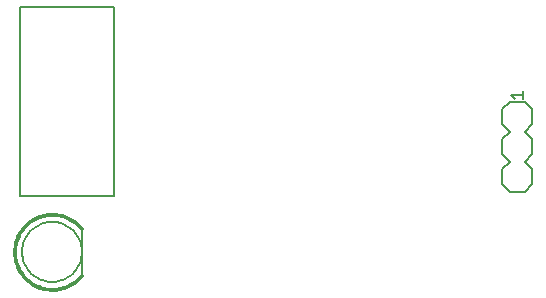
<source format=gto>
G75*
G70*
%OFA0B0*%
%FSLAX24Y24*%
%IPPOS*%
%LPD*%
%AMOC8*
5,1,8,0,0,1.08239X$1,22.5*
%
%ADD10C,0.0080*%
%ADD11C,0.0050*%
%ADD12C,0.0010*%
%ADD13C,0.0060*%
D10*
X004100Y002000D02*
X004100Y003500D01*
X018100Y005000D02*
X018100Y005500D01*
X018350Y005750D01*
X018100Y006000D01*
X018100Y006500D01*
X018350Y006750D01*
X018100Y007000D01*
X018100Y007500D01*
X018350Y007750D01*
X018850Y007750D01*
X019100Y007500D01*
X019100Y007000D01*
X018850Y006750D01*
X019100Y006500D01*
X019100Y006000D01*
X018850Y005750D01*
X019100Y005500D01*
X019100Y005000D01*
X018850Y004750D01*
X018350Y004750D01*
X018100Y005000D01*
X018530Y007830D02*
X018390Y007970D01*
X018810Y007970D01*
X018810Y007830D02*
X018810Y008110D01*
D11*
X005175Y010900D02*
X005175Y004601D01*
X002025Y004601D01*
X002025Y010900D01*
X005175Y010900D01*
D12*
X004132Y003530D02*
X004060Y003476D01*
X004061Y003477D02*
X004018Y003530D01*
X003973Y003581D01*
X003924Y003629D01*
X003873Y003674D01*
X003819Y003717D01*
X003763Y003756D01*
X003705Y003792D01*
X003645Y003825D01*
X003584Y003854D01*
X003520Y003879D01*
X003456Y003901D01*
X003390Y003920D01*
X003323Y003934D01*
X003256Y003945D01*
X003188Y003952D01*
X003120Y003955D01*
X003051Y003954D01*
X002983Y003949D01*
X002915Y003941D01*
X002848Y003928D01*
X002782Y003912D01*
X002717Y003892D01*
X002652Y003869D01*
X002590Y003842D01*
X002529Y003811D01*
X002470Y003777D01*
X002412Y003740D01*
X002357Y003699D01*
X002305Y003655D01*
X002255Y003609D01*
X002208Y003560D01*
X002163Y003508D01*
X002122Y003454D01*
X002083Y003397D01*
X002048Y003338D01*
X002017Y003278D01*
X001989Y003216D01*
X001964Y003152D01*
X001943Y003087D01*
X001926Y003021D01*
X001912Y002954D01*
X001903Y002886D01*
X001897Y002818D01*
X001895Y002750D01*
X001897Y002682D01*
X001903Y002614D01*
X001912Y002546D01*
X001926Y002479D01*
X001943Y002413D01*
X001964Y002348D01*
X001989Y002284D01*
X002017Y002222D01*
X002048Y002162D01*
X002083Y002103D01*
X002122Y002046D01*
X002163Y001992D01*
X002208Y001940D01*
X002255Y001891D01*
X002305Y001845D01*
X002357Y001801D01*
X002412Y001760D01*
X002470Y001723D01*
X002529Y001689D01*
X002590Y001658D01*
X002652Y001631D01*
X002717Y001608D01*
X002782Y001588D01*
X002848Y001572D01*
X002915Y001559D01*
X002983Y001551D01*
X003051Y001546D01*
X003120Y001545D01*
X003188Y001548D01*
X003256Y001555D01*
X003323Y001566D01*
X003390Y001580D01*
X003456Y001599D01*
X003520Y001621D01*
X003584Y001646D01*
X003645Y001675D01*
X003705Y001708D01*
X003763Y001744D01*
X003819Y001783D01*
X003873Y001826D01*
X003924Y001871D01*
X003973Y001919D01*
X004018Y001970D01*
X004061Y002023D01*
X004132Y001970D01*
X004133Y001969D01*
X004089Y001914D01*
X004041Y001861D01*
X003991Y001810D01*
X003938Y001763D01*
X003883Y001719D01*
X003825Y001677D01*
X003765Y001639D01*
X003704Y001604D01*
X003640Y001573D01*
X003575Y001545D01*
X003508Y001521D01*
X003440Y001500D01*
X003371Y001484D01*
X003301Y001471D01*
X003231Y001462D01*
X003160Y001456D01*
X003089Y001455D01*
X003018Y001458D01*
X002947Y001464D01*
X002877Y001474D01*
X002808Y001488D01*
X002739Y001506D01*
X002671Y001528D01*
X002605Y001553D01*
X002540Y001582D01*
X002477Y001615D01*
X002416Y001651D01*
X002357Y001690D01*
X002300Y001732D01*
X002245Y001777D01*
X002193Y001826D01*
X002144Y001877D01*
X002097Y001930D01*
X002054Y001987D01*
X002014Y002045D01*
X001977Y002106D01*
X001943Y002168D01*
X001913Y002232D01*
X001886Y002298D01*
X001863Y002365D01*
X001844Y002434D01*
X001829Y002503D01*
X001817Y002573D01*
X001809Y002644D01*
X001805Y002715D01*
X001805Y002785D01*
X001809Y002856D01*
X001817Y002927D01*
X001829Y002997D01*
X001844Y003066D01*
X001863Y003135D01*
X001886Y003202D01*
X001913Y003268D01*
X001943Y003332D01*
X001977Y003394D01*
X002014Y003455D01*
X002054Y003513D01*
X002097Y003570D01*
X002144Y003623D01*
X002193Y003674D01*
X002245Y003723D01*
X002300Y003768D01*
X002357Y003810D01*
X002416Y003849D01*
X002477Y003885D01*
X002540Y003918D01*
X002605Y003947D01*
X002671Y003972D01*
X002739Y003994D01*
X002808Y004012D01*
X002877Y004026D01*
X002947Y004036D01*
X003018Y004042D01*
X003089Y004045D01*
X003160Y004044D01*
X003231Y004038D01*
X003301Y004029D01*
X003371Y004016D01*
X003440Y004000D01*
X003508Y003979D01*
X003575Y003955D01*
X003640Y003927D01*
X003704Y003896D01*
X003765Y003861D01*
X003825Y003823D01*
X003883Y003781D01*
X003938Y003737D01*
X003991Y003690D01*
X004041Y003639D01*
X004089Y003586D01*
X004133Y003531D01*
X004126Y003526D01*
X004081Y003581D01*
X004034Y003634D01*
X003983Y003685D01*
X003930Y003732D01*
X003874Y003777D01*
X003816Y003818D01*
X003756Y003856D01*
X003694Y003891D01*
X003630Y003922D01*
X003564Y003949D01*
X003497Y003973D01*
X003428Y003993D01*
X003359Y004010D01*
X003289Y004022D01*
X003218Y004031D01*
X003147Y004035D01*
X003076Y004036D01*
X003005Y004032D01*
X002934Y004025D01*
X002863Y004014D01*
X002794Y003999D01*
X002725Y003980D01*
X002657Y003957D01*
X002591Y003931D01*
X002526Y003901D01*
X002464Y003867D01*
X002403Y003831D01*
X002344Y003790D01*
X002287Y003747D01*
X002233Y003700D01*
X002182Y003651D01*
X002134Y003598D01*
X002088Y003544D01*
X002046Y003486D01*
X002007Y003427D01*
X001971Y003365D01*
X001938Y003302D01*
X001910Y003237D01*
X001884Y003170D01*
X001863Y003102D01*
X001845Y003033D01*
X001832Y002963D01*
X001822Y002892D01*
X001816Y002821D01*
X001814Y002750D01*
X001816Y002679D01*
X001822Y002608D01*
X001832Y002537D01*
X001845Y002467D01*
X001863Y002398D01*
X001884Y002330D01*
X001910Y002263D01*
X001938Y002198D01*
X001971Y002135D01*
X002007Y002073D01*
X002046Y002014D01*
X002088Y001956D01*
X002134Y001902D01*
X002182Y001849D01*
X002233Y001800D01*
X002287Y001753D01*
X002344Y001710D01*
X002403Y001669D01*
X002464Y001633D01*
X002526Y001599D01*
X002591Y001569D01*
X002657Y001543D01*
X002725Y001520D01*
X002794Y001501D01*
X002863Y001486D01*
X002934Y001475D01*
X003005Y001468D01*
X003076Y001464D01*
X003147Y001465D01*
X003218Y001469D01*
X003289Y001478D01*
X003359Y001490D01*
X003428Y001507D01*
X003497Y001527D01*
X003564Y001551D01*
X003630Y001578D01*
X003694Y001609D01*
X003756Y001644D01*
X003816Y001682D01*
X003874Y001723D01*
X003930Y001768D01*
X003983Y001815D01*
X004034Y001866D01*
X004081Y001919D01*
X004126Y001974D01*
X004119Y001980D01*
X004074Y001925D01*
X004027Y001872D01*
X003977Y001822D01*
X003924Y001775D01*
X003869Y001731D01*
X003811Y001689D01*
X003752Y001652D01*
X003690Y001617D01*
X003626Y001586D01*
X003561Y001559D01*
X003494Y001535D01*
X003426Y001515D01*
X003357Y001499D01*
X003288Y001487D01*
X003217Y001478D01*
X003147Y001474D01*
X003076Y001473D01*
X003005Y001477D01*
X002935Y001484D01*
X002865Y001495D01*
X002796Y001510D01*
X002728Y001529D01*
X002660Y001551D01*
X002595Y001577D01*
X002530Y001607D01*
X002468Y001640D01*
X002408Y001677D01*
X002349Y001717D01*
X002293Y001760D01*
X002239Y001806D01*
X002189Y001856D01*
X002140Y001907D01*
X002095Y001962D01*
X002053Y002019D01*
X002014Y002078D01*
X001979Y002139D01*
X001946Y002202D01*
X001918Y002267D01*
X001893Y002333D01*
X001872Y002401D01*
X001854Y002469D01*
X001841Y002539D01*
X001831Y002609D01*
X001825Y002679D01*
X001823Y002750D01*
X001825Y002821D01*
X001831Y002891D01*
X001841Y002961D01*
X001854Y003031D01*
X001872Y003099D01*
X001893Y003167D01*
X001918Y003233D01*
X001946Y003298D01*
X001979Y003361D01*
X002014Y003422D01*
X002053Y003481D01*
X002095Y003538D01*
X002140Y003593D01*
X002189Y003644D01*
X002239Y003694D01*
X002293Y003740D01*
X002349Y003783D01*
X002408Y003823D01*
X002468Y003860D01*
X002530Y003893D01*
X002595Y003923D01*
X002660Y003949D01*
X002728Y003971D01*
X002796Y003990D01*
X002865Y004005D01*
X002935Y004016D01*
X003005Y004023D01*
X003076Y004027D01*
X003147Y004026D01*
X003217Y004022D01*
X003288Y004013D01*
X003357Y004001D01*
X003426Y003985D01*
X003494Y003965D01*
X003561Y003941D01*
X003626Y003914D01*
X003690Y003883D01*
X003752Y003848D01*
X003811Y003811D01*
X003869Y003769D01*
X003924Y003725D01*
X003977Y003678D01*
X004027Y003628D01*
X004074Y003575D01*
X004119Y003520D01*
X004111Y003515D01*
X004067Y003570D01*
X004019Y003623D01*
X003969Y003673D01*
X003916Y003721D01*
X003860Y003765D01*
X003802Y003806D01*
X003742Y003843D01*
X003680Y003878D01*
X003616Y003908D01*
X003550Y003935D01*
X003483Y003959D01*
X003415Y003978D01*
X003345Y003994D01*
X003275Y004006D01*
X003205Y004014D01*
X003134Y004018D01*
X003063Y004017D01*
X002992Y004013D01*
X002921Y004005D01*
X002851Y003993D01*
X002782Y003977D01*
X002714Y003958D01*
X002646Y003934D01*
X002581Y003907D01*
X002517Y003876D01*
X002455Y003842D01*
X002395Y003804D01*
X002337Y003762D01*
X002281Y003718D01*
X002228Y003671D01*
X002178Y003620D01*
X002131Y003567D01*
X002086Y003512D01*
X002045Y003454D01*
X002008Y003394D01*
X001973Y003331D01*
X001942Y003267D01*
X001915Y003202D01*
X001892Y003135D01*
X001872Y003066D01*
X001856Y002997D01*
X001844Y002927D01*
X001836Y002856D01*
X001832Y002786D01*
X001832Y002714D01*
X001836Y002644D01*
X001844Y002573D01*
X001856Y002503D01*
X001872Y002434D01*
X001892Y002365D01*
X001915Y002298D01*
X001942Y002233D01*
X001973Y002169D01*
X002008Y002106D01*
X002045Y002046D01*
X002086Y001988D01*
X002131Y001933D01*
X002178Y001880D01*
X002228Y001829D01*
X002281Y001782D01*
X002337Y001738D01*
X002395Y001696D01*
X002455Y001658D01*
X002517Y001624D01*
X002581Y001593D01*
X002646Y001566D01*
X002714Y001542D01*
X002782Y001523D01*
X002851Y001507D01*
X002921Y001495D01*
X002992Y001487D01*
X003063Y001483D01*
X003134Y001482D01*
X003205Y001486D01*
X003275Y001494D01*
X003345Y001506D01*
X003415Y001522D01*
X003483Y001541D01*
X003550Y001565D01*
X003616Y001592D01*
X003680Y001622D01*
X003742Y001657D01*
X003802Y001694D01*
X003860Y001735D01*
X003916Y001779D01*
X003969Y001827D01*
X004019Y001877D01*
X004067Y001930D01*
X004111Y001985D01*
X004104Y001991D01*
X004060Y001936D01*
X004013Y001883D01*
X003963Y001833D01*
X003910Y001786D01*
X003855Y001742D01*
X003797Y001702D01*
X003738Y001664D01*
X003676Y001630D01*
X003612Y001600D01*
X003547Y001573D01*
X003480Y001550D01*
X003412Y001530D01*
X003344Y001515D01*
X003274Y001503D01*
X003204Y001495D01*
X003133Y001491D01*
X003063Y001492D01*
X002992Y001496D01*
X002922Y001504D01*
X002853Y001516D01*
X002784Y001531D01*
X002716Y001551D01*
X002650Y001574D01*
X002585Y001601D01*
X002521Y001632D01*
X002459Y001666D01*
X002400Y001704D01*
X002342Y001745D01*
X002287Y001789D01*
X002234Y001836D01*
X002185Y001886D01*
X002138Y001938D01*
X002094Y001994D01*
X002053Y002051D01*
X002015Y002111D01*
X001981Y002173D01*
X001951Y002236D01*
X001924Y002301D01*
X001900Y002368D01*
X001881Y002436D01*
X001865Y002505D01*
X001853Y002574D01*
X001845Y002644D01*
X001841Y002715D01*
X001841Y002785D01*
X001845Y002856D01*
X001853Y002926D01*
X001865Y002995D01*
X001881Y003064D01*
X001900Y003132D01*
X001924Y003199D01*
X001951Y003264D01*
X001981Y003327D01*
X002015Y003389D01*
X002053Y003449D01*
X002094Y003506D01*
X002138Y003562D01*
X002185Y003614D01*
X002234Y003664D01*
X002287Y003711D01*
X002342Y003755D01*
X002400Y003796D01*
X002459Y003834D01*
X002521Y003868D01*
X002585Y003899D01*
X002650Y003926D01*
X002716Y003949D01*
X002784Y003969D01*
X002853Y003984D01*
X002922Y003996D01*
X002992Y004004D01*
X003063Y004008D01*
X003133Y004009D01*
X003204Y004005D01*
X003274Y003997D01*
X003344Y003985D01*
X003412Y003970D01*
X003480Y003950D01*
X003547Y003927D01*
X003612Y003900D01*
X003676Y003870D01*
X003738Y003836D01*
X003797Y003798D01*
X003855Y003758D01*
X003910Y003714D01*
X003963Y003667D01*
X004013Y003617D01*
X004060Y003564D01*
X004104Y003509D01*
X004097Y003504D01*
X004053Y003559D01*
X004006Y003611D01*
X003957Y003660D01*
X003904Y003707D01*
X003850Y003750D01*
X003792Y003791D01*
X003733Y003828D01*
X003672Y003862D01*
X003608Y003892D01*
X003544Y003919D01*
X003477Y003942D01*
X003410Y003961D01*
X003342Y003976D01*
X003273Y003988D01*
X003203Y003996D01*
X003133Y004000D01*
X003063Y003999D01*
X002993Y003995D01*
X002924Y003987D01*
X002855Y003976D01*
X002786Y003960D01*
X002719Y003941D01*
X002653Y003917D01*
X002588Y003890D01*
X002525Y003860D01*
X002464Y003826D01*
X002405Y003789D01*
X002347Y003748D01*
X002293Y003704D01*
X002241Y003658D01*
X002191Y003608D01*
X002144Y003556D01*
X002101Y003501D01*
X002060Y003444D01*
X002023Y003385D01*
X001989Y003323D01*
X001959Y003260D01*
X001932Y003195D01*
X001909Y003129D01*
X001890Y003062D01*
X001874Y002994D01*
X001862Y002925D01*
X001854Y002855D01*
X001850Y002785D01*
X001850Y002715D01*
X001854Y002645D01*
X001862Y002575D01*
X001874Y002506D01*
X001890Y002438D01*
X001909Y002371D01*
X001932Y002305D01*
X001959Y002240D01*
X001989Y002177D01*
X002023Y002115D01*
X002060Y002056D01*
X002101Y001999D01*
X002144Y001944D01*
X002191Y001892D01*
X002241Y001842D01*
X002293Y001796D01*
X002347Y001752D01*
X002405Y001711D01*
X002464Y001674D01*
X002525Y001640D01*
X002588Y001610D01*
X002653Y001583D01*
X002719Y001559D01*
X002786Y001540D01*
X002855Y001524D01*
X002924Y001513D01*
X002993Y001505D01*
X003063Y001501D01*
X003133Y001500D01*
X003203Y001504D01*
X003273Y001512D01*
X003342Y001524D01*
X003410Y001539D01*
X003477Y001558D01*
X003544Y001581D01*
X003608Y001608D01*
X003672Y001638D01*
X003733Y001672D01*
X003792Y001709D01*
X003850Y001750D01*
X003904Y001793D01*
X003957Y001840D01*
X004006Y001889D01*
X004053Y001941D01*
X004097Y001996D01*
X004090Y002001D01*
X004046Y001947D01*
X004000Y001895D01*
X003951Y001846D01*
X003899Y001800D01*
X003844Y001757D01*
X003787Y001717D01*
X003728Y001680D01*
X003667Y001646D01*
X003605Y001616D01*
X003540Y001590D01*
X003475Y001567D01*
X003408Y001548D01*
X003340Y001532D01*
X003271Y001521D01*
X003202Y001513D01*
X003133Y001509D01*
X003063Y001510D01*
X002994Y001514D01*
X002925Y001521D01*
X002856Y001533D01*
X002789Y001549D01*
X002722Y001568D01*
X002656Y001591D01*
X002592Y001618D01*
X002529Y001648D01*
X002468Y001682D01*
X002410Y001719D01*
X002353Y001759D01*
X002299Y001802D01*
X002247Y001849D01*
X002198Y001898D01*
X002151Y001950D01*
X002108Y002004D01*
X002068Y002061D01*
X002031Y002120D01*
X001997Y002181D01*
X001967Y002244D01*
X001940Y002308D01*
X001917Y002373D01*
X001898Y002440D01*
X001883Y002508D01*
X001871Y002577D01*
X001863Y002646D01*
X001859Y002715D01*
X001859Y002785D01*
X001863Y002854D01*
X001871Y002923D01*
X001883Y002992D01*
X001898Y003060D01*
X001917Y003127D01*
X001940Y003192D01*
X001967Y003256D01*
X001997Y003319D01*
X002031Y003380D01*
X002068Y003439D01*
X002108Y003496D01*
X002151Y003550D01*
X002198Y003602D01*
X002247Y003651D01*
X002299Y003698D01*
X002353Y003741D01*
X002410Y003781D01*
X002468Y003818D01*
X002529Y003852D01*
X002592Y003882D01*
X002656Y003909D01*
X002722Y003932D01*
X002789Y003951D01*
X002856Y003967D01*
X002925Y003979D01*
X002994Y003986D01*
X003063Y003990D01*
X003133Y003991D01*
X003202Y003987D01*
X003271Y003979D01*
X003340Y003968D01*
X003408Y003952D01*
X003475Y003933D01*
X003540Y003910D01*
X003605Y003884D01*
X003667Y003854D01*
X003728Y003820D01*
X003787Y003783D01*
X003844Y003743D01*
X003899Y003700D01*
X003951Y003654D01*
X004000Y003605D01*
X004046Y003553D01*
X004090Y003499D01*
X004083Y003493D01*
X004039Y003547D01*
X003993Y003598D01*
X003944Y003647D01*
X003893Y003693D01*
X003839Y003736D01*
X003782Y003776D01*
X003724Y003812D01*
X003663Y003846D01*
X003601Y003876D01*
X003537Y003902D01*
X003472Y003924D01*
X003406Y003943D01*
X003338Y003959D01*
X003270Y003970D01*
X003202Y003978D01*
X003133Y003982D01*
X003064Y003981D01*
X002995Y003977D01*
X002926Y003970D01*
X002858Y003958D01*
X002791Y003943D01*
X002724Y003923D01*
X002659Y003900D01*
X002596Y003874D01*
X002533Y003844D01*
X002473Y003811D01*
X002415Y003774D01*
X002358Y003734D01*
X002304Y003691D01*
X002253Y003645D01*
X002204Y003596D01*
X002158Y003544D01*
X002115Y003490D01*
X002075Y003434D01*
X002039Y003375D01*
X002005Y003315D01*
X001975Y003253D01*
X001949Y003189D01*
X001926Y003124D01*
X001907Y003057D01*
X001892Y002990D01*
X001880Y002922D01*
X001872Y002853D01*
X001868Y002785D01*
X001868Y002715D01*
X001872Y002647D01*
X001880Y002578D01*
X001892Y002510D01*
X001907Y002443D01*
X001926Y002376D01*
X001949Y002311D01*
X001975Y002247D01*
X002005Y002185D01*
X002039Y002125D01*
X002075Y002066D01*
X002115Y002010D01*
X002158Y001956D01*
X002204Y001904D01*
X002253Y001855D01*
X002304Y001809D01*
X002358Y001766D01*
X002415Y001726D01*
X002473Y001689D01*
X002533Y001656D01*
X002596Y001626D01*
X002659Y001600D01*
X002724Y001577D01*
X002791Y001557D01*
X002858Y001542D01*
X002926Y001530D01*
X002995Y001523D01*
X003064Y001519D01*
X003133Y001518D01*
X003202Y001522D01*
X003270Y001530D01*
X003338Y001541D01*
X003406Y001557D01*
X003472Y001576D01*
X003537Y001598D01*
X003601Y001624D01*
X003663Y001654D01*
X003724Y001688D01*
X003782Y001724D01*
X003839Y001764D01*
X003893Y001807D01*
X003944Y001853D01*
X003993Y001902D01*
X004039Y001953D01*
X004083Y002007D01*
X004075Y002012D01*
X004032Y001958D01*
X003986Y001907D01*
X003936Y001858D01*
X003885Y001812D01*
X003830Y001769D01*
X003773Y001729D01*
X003715Y001693D01*
X003654Y001659D01*
X003591Y001630D01*
X003527Y001604D01*
X003461Y001582D01*
X003394Y001563D01*
X003327Y001548D01*
X003258Y001537D01*
X003189Y001530D01*
X003120Y001527D01*
X003051Y001528D01*
X002981Y001533D01*
X002913Y001541D01*
X002845Y001554D01*
X002777Y001570D01*
X002711Y001591D01*
X002646Y001614D01*
X002582Y001642D01*
X002520Y001673D01*
X002460Y001708D01*
X002402Y001746D01*
X002346Y001787D01*
X002293Y001831D01*
X002242Y001878D01*
X002194Y001928D01*
X002149Y001981D01*
X002107Y002036D01*
X002068Y002093D01*
X002033Y002153D01*
X002001Y002214D01*
X001972Y002277D01*
X001947Y002342D01*
X001926Y002408D01*
X001908Y002475D01*
X001895Y002543D01*
X001885Y002612D01*
X001879Y002681D01*
X001877Y002750D01*
X001879Y002819D01*
X001885Y002888D01*
X001895Y002957D01*
X001908Y003025D01*
X001926Y003092D01*
X001947Y003158D01*
X001972Y003223D01*
X002001Y003286D01*
X002033Y003347D01*
X002068Y003407D01*
X002107Y003464D01*
X002149Y003519D01*
X002194Y003572D01*
X002242Y003622D01*
X002293Y003669D01*
X002346Y003713D01*
X002402Y003754D01*
X002460Y003792D01*
X002520Y003827D01*
X002582Y003858D01*
X002646Y003886D01*
X002711Y003909D01*
X002777Y003930D01*
X002845Y003946D01*
X002913Y003959D01*
X002981Y003967D01*
X003051Y003972D01*
X003120Y003973D01*
X003189Y003970D01*
X003258Y003963D01*
X003327Y003952D01*
X003394Y003937D01*
X003461Y003918D01*
X003527Y003896D01*
X003591Y003870D01*
X003654Y003841D01*
X003715Y003807D01*
X003773Y003771D01*
X003830Y003731D01*
X003885Y003688D01*
X003936Y003642D01*
X003986Y003593D01*
X004032Y003542D01*
X004075Y003488D01*
X004068Y003482D01*
X004025Y003536D01*
X003979Y003587D01*
X003930Y003636D01*
X003879Y003681D01*
X003825Y003724D01*
X003768Y003763D01*
X003710Y003800D01*
X003650Y003833D01*
X003587Y003862D01*
X003524Y003888D01*
X003458Y003910D01*
X003392Y003928D01*
X003325Y003943D01*
X003257Y003954D01*
X003188Y003961D01*
X003120Y003964D01*
X003051Y003963D01*
X002982Y003958D01*
X002914Y003950D01*
X002846Y003937D01*
X002780Y003921D01*
X002714Y003901D01*
X002649Y003877D01*
X002586Y003850D01*
X002525Y003819D01*
X002465Y003785D01*
X002407Y003747D01*
X002352Y003706D01*
X002299Y003662D01*
X002249Y003615D01*
X002201Y003566D01*
X002156Y003514D01*
X002114Y003459D01*
X002076Y003402D01*
X002041Y003343D01*
X002009Y003282D01*
X001980Y003219D01*
X001956Y003155D01*
X001934Y003089D01*
X001917Y003023D01*
X001904Y002955D01*
X001894Y002887D01*
X001888Y002819D01*
X001886Y002750D01*
X001888Y002681D01*
X001894Y002613D01*
X001904Y002545D01*
X001917Y002477D01*
X001934Y002411D01*
X001956Y002345D01*
X001980Y002281D01*
X002009Y002218D01*
X002041Y002157D01*
X002076Y002098D01*
X002114Y002041D01*
X002156Y001986D01*
X002201Y001934D01*
X002249Y001885D01*
X002299Y001838D01*
X002352Y001794D01*
X002407Y001753D01*
X002465Y001715D01*
X002525Y001681D01*
X002586Y001650D01*
X002649Y001623D01*
X002714Y001599D01*
X002780Y001579D01*
X002846Y001563D01*
X002914Y001550D01*
X002982Y001542D01*
X003051Y001537D01*
X003120Y001536D01*
X003188Y001539D01*
X003257Y001546D01*
X003325Y001557D01*
X003392Y001572D01*
X003458Y001590D01*
X003524Y001612D01*
X003587Y001638D01*
X003650Y001667D01*
X003710Y001700D01*
X003768Y001737D01*
X003825Y001776D01*
X003879Y001819D01*
X003930Y001864D01*
X003979Y001913D01*
X004025Y001964D01*
X004068Y002018D01*
D13*
X002100Y002750D02*
X002102Y002813D01*
X002108Y002875D01*
X002118Y002937D01*
X002131Y002999D01*
X002149Y003059D01*
X002170Y003118D01*
X002195Y003176D01*
X002224Y003232D01*
X002256Y003286D01*
X002291Y003338D01*
X002329Y003387D01*
X002371Y003435D01*
X002415Y003479D01*
X002463Y003521D01*
X002512Y003559D01*
X002564Y003594D01*
X002618Y003626D01*
X002674Y003655D01*
X002732Y003680D01*
X002791Y003701D01*
X002851Y003719D01*
X002913Y003732D01*
X002975Y003742D01*
X003037Y003748D01*
X003100Y003750D01*
X003163Y003748D01*
X003225Y003742D01*
X003287Y003732D01*
X003349Y003719D01*
X003409Y003701D01*
X003468Y003680D01*
X003526Y003655D01*
X003582Y003626D01*
X003636Y003594D01*
X003688Y003559D01*
X003737Y003521D01*
X003785Y003479D01*
X003829Y003435D01*
X003871Y003387D01*
X003909Y003338D01*
X003944Y003286D01*
X003976Y003232D01*
X004005Y003176D01*
X004030Y003118D01*
X004051Y003059D01*
X004069Y002999D01*
X004082Y002937D01*
X004092Y002875D01*
X004098Y002813D01*
X004100Y002750D01*
X004098Y002687D01*
X004092Y002625D01*
X004082Y002563D01*
X004069Y002501D01*
X004051Y002441D01*
X004030Y002382D01*
X004005Y002324D01*
X003976Y002268D01*
X003944Y002214D01*
X003909Y002162D01*
X003871Y002113D01*
X003829Y002065D01*
X003785Y002021D01*
X003737Y001979D01*
X003688Y001941D01*
X003636Y001906D01*
X003582Y001874D01*
X003526Y001845D01*
X003468Y001820D01*
X003409Y001799D01*
X003349Y001781D01*
X003287Y001768D01*
X003225Y001758D01*
X003163Y001752D01*
X003100Y001750D01*
X003037Y001752D01*
X002975Y001758D01*
X002913Y001768D01*
X002851Y001781D01*
X002791Y001799D01*
X002732Y001820D01*
X002674Y001845D01*
X002618Y001874D01*
X002564Y001906D01*
X002512Y001941D01*
X002463Y001979D01*
X002415Y002021D01*
X002371Y002065D01*
X002329Y002113D01*
X002291Y002162D01*
X002256Y002214D01*
X002224Y002268D01*
X002195Y002324D01*
X002170Y002382D01*
X002149Y002441D01*
X002131Y002501D01*
X002118Y002563D01*
X002108Y002625D01*
X002102Y002687D01*
X002100Y002750D01*
M02*

</source>
